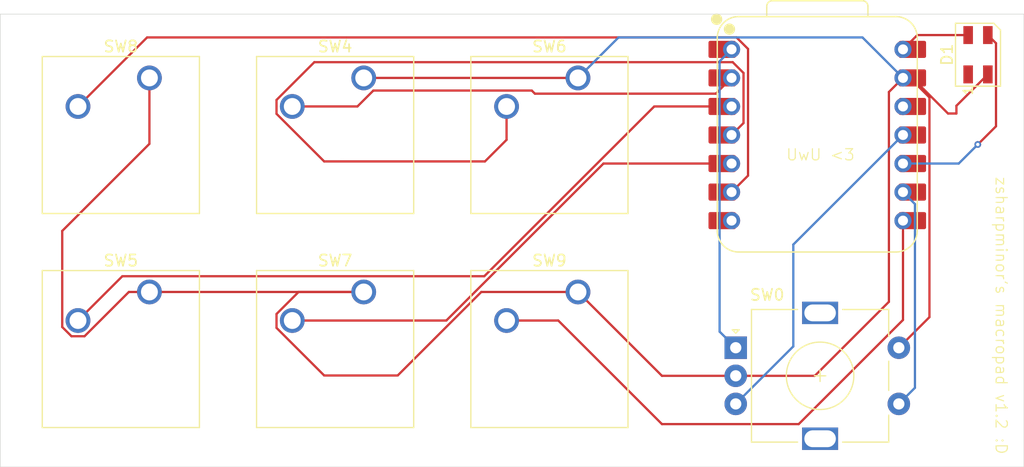
<source format=kicad_pcb>
(kicad_pcb (version 20241229) (generator "pcbnew") (generator_version "9.0")
  (layers (0 "F.Cu" signal) (2 "B.Cu" signal) (13 "F.Paste" user) (15 "B.Paste" user) (5 "F.SilkS" user "F.Silkscreen") (7 "B.SilkS" user "B.Silkscreen") (1 "F.Mask" user) (3 "B.Mask" user) (25 "Edge.Cuts" user))
  (net 0 "")
  (net 1 "GND")
  (net 3 "Net-(D1-DIN)")
  (net 4 "+5V")
  (net 5 "Net-(U1-GPIO27{slash}ADC1{slash}A1)")
  (net 6 "Net-(U1-GPIO28{slash}ADC2{slash}A2)")
  (net 7 "Net-(U1-GPIO29{slash}ADC3{slash}A3)")
  (net 8 "Net-(U1-GPIO6{slash}SDA)")
  (net 9 "Net-(U1-GPIO7{slash}SCL)")
  (net 10 "Net-(U1-GPIO1{slash}RX)")
  (net 11 "Net-(U1-GPIO26{slash}ADC0{slash}A0)")
  (net 12 "Net-(U1-GPIO2{slash}SCK)")
  (net 13 "Net-(U1-GPIO3{slash}MOSI)")
  (footprint "OPL:XIAO-RP2040-DIP" (layer "F.Cu") (at 97.63125 30.95625)
    (property "Reference" "U1" (hide yes))
    (property "Value" "XIAO-RP2040-DIP")
    (fp_line (start -8.89 8.509) (end -8.89 -8.636) (stroke (width 0.127)) (layer "F.SilkS"))
    (fp_line (start -6.985 10.414) (end 6.985 10.414) (stroke (width 0.127)) (layer "F.SilkS"))
    (fp_line (start -4.495 -10.541) (end -4.491272 -11.451272) (stroke (width 0.127)) (layer "F.SilkS"))
    (fp_line (start -3.991272 -11.951) (end 4.004 -11.951) (stroke (width 0.127)) (layer "F.SilkS"))
    (fp_line (start 4.504 -11.451) (end 4.504 -10.541) (stroke (width 0.127)) (layer "F.SilkS"))
    (fp_line (start 6.985 -10.541) (end -6.985 -10.541) (stroke (width 0.1)) (layer "F.SilkS"))
    (fp_line (start 6.985 -10.541) (end -6.985 -10.541) (stroke (width 0.127)) (layer "F.SilkS"))
    (fp_line (start 8.89 8.509) (end 8.89 -8.636) (stroke (width 0.127)) (layer "F.SilkS"))
    (fp_arc (start -8.89 -8.636) (mid -8.332038 -9.983038) (end -6.985 -10.541) (stroke (width 0.127)) (layer "F.SilkS"))
    (fp_arc (start -6.985 10.414) (mid -8.332038 9.856038) (end -8.89 8.509) (stroke (width 0.127)) (layer "F.SilkS"))
    (fp_arc (start -4.491272 -11.451272) (mid -4.344728 -11.80464) (end -3.991272 -11.951) (stroke (width 0.127)) (layer "F.SilkS"))
    (fp_arc (start 4.004 -11.951) (mid 4.357553 -11.804553) (end 4.504 -11.451) (stroke (width 0.127)) (layer "F.SilkS"))
    (fp_arc (start 6.985 -10.541) (mid 8.332038 -9.983038) (end 8.89 -8.636) (stroke (width 0.127)) (layer "F.SilkS"))
    (fp_arc (start 8.89 8.509) (mid 8.332038 9.856038) (end 6.985 10.414) (stroke (width 0.127)) (layer "F.SilkS"))
    (fp_circle (center -8.95 -10.3) (end -8.95 -10.554) (stroke (width 0.5)) (fill yes) (layer "F.SilkS"))
    (fp_circle (center -7.807 -9.42) (end -7.807 -9.674) (stroke (width 0.5)) (fill yes) (layer "F.SilkS"))
    (pad "1" smd roundrect (at -8.455 -7.62 180) (size 2.432 1.524) (layers "F.Cu" "F.Mask") (roundrect_rratio 0.1) (net 11 "Net-(U1-GPIO26{slash}ADC0{slash}A0)"))
    (pad "1" thru_hole circle (at -7.62 -7.62 180) (size 1.524 1.524) (drill 0.889) (layers "*.Cu" "*.Mask") (net 11 "Net-(U1-GPIO26{slash}ADC0{slash}A0)"))
    (pad "2" smd roundrect (at -8.455 -5.08 180) (size 2.432 1.524) (layers "F.Cu" "F.Mask") (roundrect_rratio 0.1) (net 5 "Net-(U1-GPIO27{slash}ADC1{slash}A1)"))
    (pad "2" thru_hole circle (at -7.62 -5.08 180) (size 1.524 1.524) (drill 0.889) (layers "*.Cu" "*.Mask") (net 5 "Net-(U1-GPIO27{slash}ADC1{slash}A1)"))
    (pad "3" smd roundrect (at -8.455 -2.54 180) (size 2.432 1.524) (layers "F.Cu" "F.Mask") (roundrect_rratio 0.1) (net 6 "Net-(U1-GPIO28{slash}ADC2{slash}A2)"))
    (pad "3" thru_hole circle (at -7.62 -2.54 180) (size 1.524 1.524) (drill 0.889) (layers "*.Cu" "*.Mask") (net 6 "Net-(U1-GPIO28{slash}ADC2{slash}A2)"))
    (pad "4" smd roundrect (at -8.455 0 180) (size 2.432 1.524) (layers "F.Cu" "F.Mask") (roundrect_rratio 0.1) (net 7 "Net-(U1-GPIO29{slash}ADC3{slash}A3)"))
    (pad "4" thru_hole circle (at -7.62 0 180) (size 1.524 1.524) (drill 0.889) (layers "*.Cu" "*.Mask") (net 7 "Net-(U1-GPIO29{slash}ADC3{slash}A3)"))
    (pad "5" smd roundrect (at -8.455 2.54 180) (size 2.432 1.524) (layers "F.Cu" "F.Mask") (roundrect_rratio 0.1) (net 8 "Net-(U1-GPIO6{slash}SDA)"))
    (pad "5" thru_hole circle (at -7.62 2.54 180) (size 1.524 1.524) (drill 0.889) (layers "*.Cu" "*.Mask") (net 8 "Net-(U1-GPIO6{slash}SDA)"))
    (pad "6" smd roundrect (at -8.455 5.08 180) (size 2.432 1.524) (layers "F.Cu" "F.Mask") (roundrect_rratio 0.1) (net 9 "Net-(U1-GPIO7{slash}SCL)"))
    (pad "6" thru_hole circle (at -7.62 5.08 180) (size 1.524 1.524) (drill 0.889) (layers "*.Cu" "*.Mask") (net 9 "Net-(U1-GPIO7{slash}SCL)"))
    (pad "7" smd roundrect (at -8.455 7.62 180) (size 2.432 1.524) (layers "F.Cu" "F.Mask") (roundrect_rratio 0.1))
    (pad "7" thru_hole circle (at -7.62 7.62 180) (size 1.524 1.524) (drill 0.889) (layers "*.Cu" "*.Mask"))
    (pad "8" thru_hole circle (at 7.62 7.62) (size 1.524 1.524) (drill 0.889) (layers "*.Cu" "*.Mask") (net 10 "Net-(U1-GPIO1{slash}RX)"))
    (pad "8" smd roundrect (at 8.455 7.62) (size 2.432 1.524) (layers "F.Cu" "F.Mask") (roundrect_rratio 0.1) (net 10 "Net-(U1-GPIO1{slash}RX)"))
    (pad "9" thru_hole circle (at 7.62 5.08) (size 1.524 1.524) (drill 0.889) (layers "*.Cu" "*.Mask") (net 12 "Net-(U1-GPIO2{slash}SCK)"))
    (pad "9" smd roundrect (at 8.455 5.08) (size 2.432 1.524) (layers "F.Cu" "F.Mask") (roundrect_rratio 0.1) (net 12 "Net-(U1-GPIO2{slash}SCK)"))
    (pad "10" thru_hole circle (at 7.62 2.54) (size 1.524 1.524) (drill 0.889) (layers "*.Cu" "*.Mask") (net 3 "Net-(D1-DIN)"))
    (pad "10" smd roundrect (at 8.455 2.54) (size 2.432 1.524) (layers "F.Cu" "F.Mask") (roundrect_rratio 0.1) (net 3 "Net-(D1-DIN)"))
    (pad "11" thru_hole circle (at 7.62 0) (size 1.524 1.524) (drill 0.889) (layers "*.Cu" "*.Mask") (net 13 "Net-(U1-GPIO3{slash}MOSI)"))
    (pad "11" smd roundrect (at 8.455 0) (size 2.432 1.524) (layers "F.Cu" "F.Mask") (roundrect_rratio 0.1) (net 13 "Net-(U1-GPIO3{slash}MOSI)"))
    (pad "12" thru_hole circle (at 7.62 -2.54) (size 1.524 1.524) (drill 0.889) (layers "*.Cu" "*.Mask"))
    (pad "12" smd roundrect (at 8.455 -2.54) (size 2.432 1.524) (layers "F.Cu" "F.Mask") (roundrect_rratio 0.1))
    (pad "13" thru_hole circle (at 7.62 -5.08) (size 1.524 1.524) (drill 0.889) (layers "*.Cu" "*.Mask") (net 1 "GND"))
    (pad "13" smd roundrect (at 8.455 -5.08) (size 2.432 1.524) (layers "F.Cu" "F.Mask") (roundrect_rratio 0.1) (net 1 "GND"))
    (pad "14" thru_hole circle (at 7.62 -7.62) (size 1.524 1.524) (drill 0.889) (layers "*.Cu" "*.Mask") (net 4 "+5V"))
    (pad "14" smd roundrect (at 8.455 -7.62) (size 2.432 1.524) (layers "F.Cu" "F.Mask") (roundrect_rratio 0.1) (net 4 "+5V"))
  )
  (footprint "Button_Switch_Keyboard:SW_Cherry_MX_1.00u_PCB" (layer "F.Cu") (at 76.35875 25.87625)
    (property "Reference" "SW6" (at -2.54 -2.794 0) (layer "F.SilkS"))
    (property "Value" "SW_Push")
    (fp_line (start -9.525 -1.905) (end 4.445 -1.905) (stroke (width 0.12)) (layer "F.SilkS"))
    (fp_line (start -9.525 12.065) (end -9.525 -1.905) (stroke (width 0.12)) (layer "F.SilkS"))
    (fp_line (start 4.445 -1.905) (end 4.445 12.065) (stroke (width 0.12)) (layer "F.SilkS"))
    (fp_line (start 4.445 12.065) (end -9.525 12.065) (stroke (width 0.12)) (layer "F.SilkS"))
    (pad "" np_thru_hole circle (at -7.62 5.08) (size 1.7 1.7) (drill 1.7) (layers "*.Cu" "*.Mask"))
    (pad "" np_thru_hole circle (at -2.54 5.08) (size 4 4) (drill 4) (layers "*.Cu" "*.Mask"))
    (pad "" np_thru_hole circle (at 2.54 5.08) (size 1.7 1.7) (drill 1.7) (layers "*.Cu" "*.Mask"))
    (pad "1" thru_hole circle (at 0 0) (size 2.2 2.2) (drill 1.5) (layers "*.Cu" "*.Mask") (net 1 "GND"))
    (pad "2" thru_hole circle (at -6.35 2.54) (size 2.2 2.2) (drill 1.5) (layers "*.Cu" "*.Mask") (net 7 "Net-(U1-GPIO29{slash}ADC3{slash}A3)"))
  )
  (footprint "LED_SMD:LED_SK6812MINI_PLCC4_3.5x3.5mm_P1.75mm" (layer "F.Cu") (at 111.91875 23.8125 90)
    (property "Reference" "D1" (at 0 -2.75 90) (layer "F.SilkS"))
    (property "Value" "SK6812MINI")
    (fp_line (start -2.8 -2) (end 2.8 -2) (stroke (width 0.12)) (layer "F.SilkS"))
    (fp_line (start -2.8 -2) (end -2.8 2) (stroke (width 0.12)) (layer "F.SilkS"))
    (fp_line (start 2.8 1.4) (end 2.8 -2) (stroke (width 0.12)) (layer "F.SilkS"))
    (fp_line (start 2.8 1.4) (end 2.2 2) (stroke (width 0.12)) (layer "F.SilkS"))
    (fp_line (start -2.8 2) (end 2.2 2) (stroke (width 0.12)) (layer "F.SilkS"))
    (fp_text user "1" (at -3.2 -0.875 90) (layer "F.SilkS") (effects (font (size 0.8 0.8))))
    (pad "1" smd rect (at -1.75 -0.875 90) (size 1.6 0.85) (layers "F.Cu" "F.Mask" "F.Paste"))
    (pad "2" smd rect (at -1.75 0.875 90) (size 1.6 0.85) (layers "F.Cu" "F.Mask" "F.Paste") (net 1 "GND"))
    (pad "3" smd rect (at 1.75 0.875 90) (size 1.6 0.85) (layers "F.Cu" "F.Mask" "F.Paste") (net 3 "Net-(D1-DIN)"))
    (pad "4" smd rect (at 1.75 -0.875 90) (size 1.6 0.85) (layers "F.Cu" "F.Mask" "F.Paste") (net 4 "+5V"))
  )
  (footprint "Button_Switch_Keyboard:SW_Cherry_MX_1.00u_PCB" (layer "F.Cu") (at 57.30875 25.87625)
    (property "Reference" "SW4" (at -2.54 -2.794 0) (layer "F.SilkS"))
    (property "Value" "SW_Push")
    (fp_line (start -9.525 -1.905) (end 4.445 -1.905) (stroke (width 0.12)) (layer "F.SilkS"))
    (fp_line (start -9.525 12.065) (end -9.525 -1.905) (stroke (width 0.12)) (layer "F.SilkS"))
    (fp_line (start 4.445 -1.905) (end 4.445 12.065) (stroke (width 0.12)) (layer "F.SilkS"))
    (fp_line (start 4.445 12.065) (end -9.525 12.065) (stroke (width 0.12)) (layer "F.SilkS"))
    (pad "" np_thru_hole circle (at -7.62 5.08) (size 1.7 1.7) (drill 1.7) (layers "*.Cu" "*.Mask"))
    (pad "" np_thru_hole circle (at -2.54 5.08) (size 4 4) (drill 4) (layers "*.Cu" "*.Mask"))
    (pad "" np_thru_hole circle (at 2.54 5.08) (size 1.7 1.7) (drill 1.7) (layers "*.Cu" "*.Mask"))
    (pad "1" thru_hole circle (at 0 0) (size 2.2 2.2) (drill 1.5) (layers "*.Cu" "*.Mask") (net 1 "GND"))
    (pad "2" thru_hole circle (at -6.35 2.54) (size 2.2 2.2) (drill 1.5) (layers "*.Cu" "*.Mask") (net 5 "Net-(U1-GPIO27{slash}ADC1{slash}A1)"))
  )
  (footprint "Button_Switch_Keyboard:SW_Cherry_MX_1.00u_PCB" (layer "F.Cu") (at 57.30875 44.92625)
    (property "Reference" "SW7" (at -2.54 -2.794 0) (layer "F.SilkS"))
    (property "Value" "SW_Push")
    (fp_line (start -9.525 -1.905) (end 4.445 -1.905) (stroke (width 0.12)) (layer "F.SilkS"))
    (fp_line (start -9.525 12.065) (end -9.525 -1.905) (stroke (width 0.12)) (layer "F.SilkS"))
    (fp_line (start 4.445 -1.905) (end 4.445 12.065) (stroke (width 0.12)) (layer "F.SilkS"))
    (fp_line (start 4.445 12.065) (end -9.525 12.065) (stroke (width 0.12)) (layer "F.SilkS"))
    (pad "" np_thru_hole circle (at -7.62 5.08) (size 1.7 1.7) (drill 1.7) (layers "*.Cu" "*.Mask"))
    (pad "" np_thru_hole circle (at -2.54 5.08) (size 4 4) (drill 4) (layers "*.Cu" "*.Mask"))
    (pad "" np_thru_hole circle (at 2.54 5.08) (size 1.7 1.7) (drill 1.7) (layers "*.Cu" "*.Mask"))
    (pad "1" thru_hole circle (at 0 0) (size 2.2 2.2) (drill 1.5) (layers "*.Cu" "*.Mask") (net 1 "GND"))
    (pad "2" thru_hole circle (at -6.35 2.54) (size 2.2 2.2) (drill 1.5) (layers "*.Cu" "*.Mask") (net 8 "Net-(U1-GPIO6{slash}SDA)"))
  )
  (footprint "Button_Switch_Keyboard:SW_Cherry_MX_1.00u_PCB" (layer "F.Cu") (at 76.35875 44.92625)
    (property "Reference" "SW9" (at -2.54 -2.794 0) (layer "F.SilkS"))
    (property "Value" "SW_Push")
    (fp_line (start -9.525 -1.905) (end 4.445 -1.905) (stroke (width 0.12)) (layer "F.SilkS"))
    (fp_line (start -9.525 12.065) (end -9.525 -1.905) (stroke (width 0.12)) (layer "F.SilkS"))
    (fp_line (start 4.445 -1.905) (end 4.445 12.065) (stroke (width 0.12)) (layer "F.SilkS"))
    (fp_line (start 4.445 12.065) (end -9.525 12.065) (stroke (width 0.12)) (layer "F.SilkS"))
    (pad "" np_thru_hole circle (at -7.62 5.08) (size 1.7 1.7) (drill 1.7) (layers "*.Cu" "*.Mask"))
    (pad "" np_thru_hole circle (at -2.54 5.08) (size 4 4) (drill 4) (layers "*.Cu" "*.Mask"))
    (pad "" np_thru_hole circle (at 2.54 5.08) (size 1.7 1.7) (drill 1.7) (layers "*.Cu" "*.Mask"))
    (pad "1" thru_hole circle (at 0 0) (size 2.2 2.2) (drill 1.5) (layers "*.Cu" "*.Mask") (net 1 "GND"))
    (pad "2" thru_hole circle (at -6.35 2.54) (size 2.2 2.2) (drill 1.5) (layers "*.Cu" "*.Mask") (net 10 "Net-(U1-GPIO1{slash}RX)"))
  )
  (footprint "Button_Switch_Keyboard:SW_Cherry_MX_1.00u_PCB" (layer "F.Cu") (at 38.25875 25.87625)
    (property "Reference" "SW8" (at -2.54 -2.794 0) (layer "F.SilkS"))
    (property "Value" "SW_Push")
    (fp_line (start -9.525 -1.905) (end 4.445 -1.905) (stroke (width 0.12)) (layer "F.SilkS"))
    (fp_line (start -9.525 12.065) (end -9.525 -1.905) (stroke (width 0.12)) (layer "F.SilkS"))
    (fp_line (start 4.445 -1.905) (end 4.445 12.065) (stroke (width 0.12)) (layer "F.SilkS"))
    (fp_line (start 4.445 12.065) (end -9.525 12.065) (stroke (width 0.12)) (layer "F.SilkS"))
    (pad "" np_thru_hole circle (at -7.62 5.08) (size 1.7 1.7) (drill 1.7) (layers "*.Cu" "*.Mask"))
    (pad "" np_thru_hole circle (at -2.54 5.08) (size 4 4) (drill 4) (layers "*.Cu" "*.Mask"))
    (pad "" np_thru_hole circle (at 2.54 5.08) (size 1.7 1.7) (drill 1.7) (layers "*.Cu" "*.Mask"))
    (pad "1" thru_hole circle (at 0 0) (size 2.2 2.2) (drill 1.5) (layers "*.Cu" "*.Mask") (net 1 "GND"))
    (pad "2" thru_hole circle (at -6.35 2.54) (size 2.2 2.2) (drill 1.5) (layers "*.Cu" "*.Mask") (net 9 "Net-(U1-GPIO7{slash}SCL)"))
  )
  (footprint "Button_Switch_Keyboard:SW_Cherry_MX_1.00u_PCB" (layer "F.Cu") (at 38.25875 44.92625)
    (property "Reference" "SW5" (at -2.54 -2.794 0) (layer "F.SilkS"))
    (property "Value" "SW_Push")
    (fp_line (start -9.525 -1.905) (end 4.445 -1.905) (stroke (width 0.12)) (layer "F.SilkS"))
    (fp_line (start -9.525 12.065) (end -9.525 -1.905) (stroke (width 0.12)) (layer "F.SilkS"))
    (fp_line (start 4.445 -1.905) (end 4.445 12.065) (stroke (width 0.12)) (layer "F.SilkS"))
    (fp_line (start 4.445 12.065) (end -9.525 12.065) (stroke (width 0.12)) (layer "F.SilkS"))
    (pad "" np_thru_hole circle (at -7.62 5.08) (size 1.7 1.7) (drill 1.7) (layers "*.Cu" "*.Mask"))
    (pad "" np_thru_hole circle (at -2.54 5.08) (size 4 4) (drill 4) (layers "*.Cu" "*.Mask"))
    (pad "" np_thru_hole circle (at 2.54 5.08) (size 1.7 1.7) (drill 1.7) (layers "*.Cu" "*.Mask"))
    (pad "1" thru_hole circle (at 0 0) (size 2.2 2.2) (drill 1.5) (layers "*.Cu" "*.Mask") (net 1 "GND"))
    (pad "2" thru_hole circle (at -6.35 2.54) (size 2.2 2.2) (drill 1.5) (layers "*.Cu" "*.Mask") (net 6 "Net-(U1-GPIO28{slash}ADC2{slash}A2)"))
  )
  (footprint "Rotary_Encoder:RotaryEncoder_Alps_EC11E-Switch_Vertical_H20mm" (layer "F.Cu") (at 90.38125 49.8875)
    (property "Reference" "SW0" (at 2.8 -4.7 0) (layer "F.SilkS"))
    (property "Value" "RotaryEncoder_Switch")
    (fp_line (start -0.3 -1.6) (end 0.3 -1.6) (stroke (width 0.12)) (layer "F.SilkS"))
    (fp_line (start 0 -1.3) (end -0.3 -1.6) (stroke (width 0.12)) (layer "F.SilkS"))
    (fp_line (start 0.3 -1.6) (end 0 -1.3) (stroke (width 0.12)) (layer "F.SilkS"))
    (fp_line (start 1.4 -3.4) (end 1.4 8.4) (stroke (width 0.12)) (layer "F.SilkS"))
    (fp_line (start 5.5 -3.4) (end 1.4 -3.4) (stroke (width 0.12)) (layer "F.SilkS"))
    (fp_line (start 5.5 8.4) (end 1.4 8.4) (stroke (width 0.12)) (layer "F.SilkS"))
    (fp_line (start 7 2.5) (end 8 2.5) (stroke (width 0.12)) (layer "F.SilkS"))
    (fp_line (start 7.5 2) (end 7.5 3) (stroke (width 0.12)) (layer "F.SilkS"))
    (fp_line (start 9.5 -3.4) (end 13.6 -3.4) (stroke (width 0.12)) (layer "F.SilkS"))
    (fp_line (start 13.6 -3.4) (end 13.6 -1) (stroke (width 0.12)) (layer "F.SilkS"))
    (fp_line (start 13.6 1.2) (end 13.6 3.8) (stroke (width 0.12)) (layer "F.SilkS"))
    (fp_line (start 13.6 6) (end 13.6 8.4) (stroke (width 0.12)) (layer "F.SilkS"))
    (fp_line (start 13.6 8.4) (end 9.5 8.4) (stroke (width 0.12)) (layer "F.SilkS"))
    (fp_circle (center 7.5 2.5) (end 10.5 2.5) (stroke (width 0.12)) (fill no) (layer "F.SilkS"))
    (pad "A" thru_hole rect (at 0 0) (size 2 2) (drill 1) (layers "*.Cu" "*.Mask") (net 11 "Net-(U1-GPIO26{slash}ADC0{slash}A0)"))
    (pad "B" thru_hole circle (at 0 5) (size 2 2) (drill 1) (layers "*.Cu" "*.Mask") (net 13 "Net-(U1-GPIO3{slash}MOSI)"))
    (pad "C" thru_hole circle (at 0 2.5) (size 2 2) (drill 1) (layers "*.Cu" "*.Mask") (net 1 "GND"))
    (pad "MP" thru_hole rect (at 7.5 -3.1) (size 3.2 2) (drill oval 2.8 1.5) (layers "*.Cu" "*.Mask"))
    (pad "MP" thru_hole rect (at 7.5 8.1) (size 3.2 2) (drill oval 2.8 1.5) (layers "*.Cu" "*.Mask"))
    (pad "S1" thru_hole circle (at 14.5 5) (size 2 2) (drill 1) (layers "*.Cu" "*.Mask") (net 12 "Net-(U1-GPIO2{slash}SCK)"))
    (pad "S2" thru_hole circle (at 14.5 0) (size 2 2) (drill 1) (layers "*.Cu" "*.Mask") (net 1 "GND"))
  )
  (gr_rect (start 25 20.2) (end 116 60.5) (stroke (width 0.05)) (fill no) (layer "Edge.Cuts"))
  (gr_text "UwU <3" (at 94.8 33.3 0) (layer "F.SilkS") (effects (font (size 1 1) (thickness 0.1)) (justify left bottom)))
  (gr_text "zsharpminor's macropad v1.2 :D" (at 113.4 34.6 270) (layer "F.SilkS") (effects (font (size 1 1) (thickness 0.1)) (justify left bottom)))
  (segment (start 105.864876 25.87625) (end 107.60325 27.614624) (width 0.2) (layer "F.Cu") (net 1))
  (segment (start 106.08625 25.87625) (end 109.253376 29.043376) (width 0.2) (layer "F.Cu") (net 1))
  (segment (start 30.50775 48.046564) (end 30.50775 39.492066) (width 0.2) (layer "F.Cu") (net 1))
  (segment (start 32.489064 48.86725) (end 31.328436 48.86725) (width 0.2) (layer "F.Cu") (net 1))
  (segment (start 49.55775 48.120066) (end 49.55775 46.885936) (width 0.2) (layer "F.Cu") (net 1))
  (segment (start 36.430064 44.92625) (end 32.489064 48.86725) (width 0.2) (layer "F.Cu") (net 1))
  (segment (start 49.55775 46.885936) (end 51.517436 44.92625) (width 0.2) (layer "F.Cu") (net 1))
  (segment (start 76.35875 44.92625) (end 67.76142 44.92625) (width 0.2) (layer "F.Cu") (net 1))
  (segment (start 57.30875 25.87625) (end 76.35875 25.87625) (width 0.2) (layer "F.Cu") (net 1))
  (segment (start 110 29.043376) (end 110 28.35625) (width 0.2) (layer "F.Cu") (net 1))
  (segment (start 105.25125 25.87625) (end 105.864876 25.87625) (width 0.2) (layer "F.Cu") (net 1))
  (segment (start 31.328436 48.86725) (end 30.50775 48.046564) (width 0.2) (layer "F.Cu") (net 1))
  (segment (start 107.60325 47.1655) (end 104.88125 49.8875) (width 0.2) (layer "F.Cu") (net 1))
  (segment (start 97.4125 52.3875) (end 90.38125 52.3875) (width 0.2) (layer "F.Cu") (net 1))
  (segment (start 38.25875 44.92625) (end 36.430064 44.92625) (width 0.2) (layer "F.Cu") (net 1))
  (segment (start 38.25875 31.741066) (end 38.25875 25.87625) (width 0.2) (layer "F.Cu") (net 1))
  (segment (start 90.38125 52.3875) (end 83.82 52.3875) (width 0.2) (layer "F.Cu") (net 1))
  (segment (start 110 28.35625) (end 112.79375 25.5625) (width 0.2) (layer "F.Cu") (net 1))
  (segment (start 57.30875 44.92625) (end 57.42625 44.92625) (width 0.2) (layer "F.Cu") (net 1))
  (segment (start 51.517436 44.92625) (end 57.30875 44.92625) (width 0.2) (layer "F.Cu") (net 1))
  (segment (start 53.794934 52.35725) (end 49.55775 48.120066) (width 0.2) (layer "F.Cu") (net 1))
  (segment (start 57.42625 44.92625) (end 57.5 45) (width 0.2) (layer "F.Cu") (net 1))
  (segment (start 57.42625 44.92625) (end 38.25875 44.92625) (width 0.2) (layer "F.Cu") (net 1))
  (segment (start 105.25125 25.87625) (end 104 27.1275) (width 0.2) (layer "F.Cu") (net 1))
  (segment (start 107.60325 27.614624) (end 107.60325 47.1655) (width 0.2) (layer "F.Cu") (net 1))
  (segment (start 104 27.1275) (end 104 45.8) (width 0.2) (layer "F.Cu") (net 1))
  (segment (start 104 45.8) (end 97.4125 52.3875) (width 0.2) (layer "F.Cu") (net 1))
  (segment (start 30.50775 39.492066) (end 38.25875 31.741066) (width 0.2) (layer "F.Cu") (net 1))
  (segment (start 67.76142 44.92625) (end 60.33042 52.35725) (width 0.2) (layer "F.Cu") (net 1))
  (segment (start 83.82 52.3875) (end 76.35875 44.92625) (width 0.2) (layer "F.Cu") (net 1))
  (segment (start 60.33042 52.35725) (end 53.794934 52.35725) (width 0.2) (layer "F.Cu") (net 1))
  (segment (start 109.253376 29.043376) (end 110 29.043376) (width 0.2) (layer "F.Cu") (net 1))
  (segment (start 105.25125 25.87625) (end 101.64825 22.27325) (width 0.2) (layer "B.Cu") (net 1))
  (segment (start 79.96175 22.27325) (end 76.35875 25.87625) (width 0.2) (layer "B.Cu") (net 1))
  (segment (start 101.64825 22.27325) (end 79.96175 22.27325) (width 0.2) (layer "B.Cu") (net 1))
  (segment (start 111.9 31.8) (end 113.51975 30.18025) (width 0.2) (layer "F.Cu") (net 3))
  (segment (start 113.51975 22.7885) (end 112.79375 22.0625) (width 0.2) (layer "F.Cu") (net 3))
  (segment (start 113.51975 30.18025) (end 113.51975 22.7885) (width 0.2) (layer "F.Cu") (net 3))
  (via (at 111.9 31.8) (size 0.6) (drill 0.3) (layers "F.Cu" "B.Cu") (net 3))
  (segment (start 105.25125 33.49625) (end 110.20375 33.49625) (width 0.2) (layer "B.Cu") (net 3))
  (segment (start 110.20375 33.49625) (end 111.9 31.8) (width 0.2) (layer "B.Cu") (net 3))
  (segment (start 105.25125 23.33625) (end 106.525 22.0625) (width 0.2) (layer "F.Cu") (net 4))
  (segment (start 106.525 22.0625) (end 111.04375 22.0625) (width 0.2) (layer "F.Cu") (net 4))
  (segment (start 72.2475 27) (end 58.166314 27) (width 0.2) (layer "F.Cu") (net 5))
  (segment (start 58.166314 27) (end 56.750064 28.41625) (width 0.2) (layer "F.Cu") (net 5))
  (segment (start 72.52475 27.27725) (end 72.2475 27) (width 0.2) (layer "F.Cu") (net 5))
  (segment (start 90.01125 25.87625) (end 88.61025 27.27725) (width 0.2) (layer "F.Cu") (net 5))
  (segment (start 88.61025 27.27725) (end 72.52475 27.27725) (width 0.2) (layer "F.Cu") (net 5))
  (segment (start 56.750064 28.41625) (end 50.95875 28.41625) (width 0.2) (layer "F.Cu") (net 5))
  (segment (start 35.84975 43.52525) (end 31.90875 47.46625) (width 0.2) (layer "F.Cu") (net 6))
  (segment (start 68.02822 43.52525) (end 35.84975 43.52525) (width 0.2) (layer "F.Cu") (net 6))
  (segment (start 83.13722 28.41625) (end 68.02822 43.52525) (width 0.2) (layer "F.Cu") (net 6))
  (segment (start 90.01125 28.41625) (end 83.13722 28.41625) (width 0.2) (layer "F.Cu") (net 6))
  (segment (start 91.07425 29.89325) (end 91.07425 25.43594) (width 0.2) (layer "F.Cu") (net 7))
  (segment (start 90.01125 30.95625) (end 91.07425 29.89325) (width 0.2) (layer "F.Cu") (net 7))
  (segment (start 53.794934 33.30725) (end 68.08622 33.30725) (width 0.2) (layer "F.Cu") (net 7))
  (segment (start 49.55775 27.835936) (end 49.55775 29.070066) (width 0.2) (layer "F.Cu") (net 7))
  (segment (start 90.11356 24.47525) (end 52.918436 24.47525) (width 0.2) (layer "F.Cu") (net 7))
  (segment (start 91.07425 25.43594) (end 90.11356 24.47525) (width 0.2) (layer "F.Cu") (net 7))
  (segment (start 70.00875 31.38472) (end 70.00875 28.41625) (width 0.2) (layer "F.Cu") (net 7))
  (segment (start 52.918436 24.47525) (end 49.55775 27.835936) (width 0.2) (layer "F.Cu") (net 7))
  (segment (start 68.08622 33.30725) (end 70.00875 31.38472) (width 0.2) (layer "F.Cu") (net 7))
  (segment (start 49.55775 29.070066) (end 53.794934 33.30725) (width 0.2) (layer "F.Cu") (net 7))
  (segment (start 90.01125 33.49625) (end 78.62432 33.49625) (width 0.2) (layer "F.Cu") (net 8))
  (segment (start 78.62432 33.49625) (end 64.65432 47.46625) (width 0.2) (layer "F.Cu") (net 8))
  (segment (start 64.65432 47.46625) (end 50.95875 47.46625) (width 0.2) (layer "F.Cu") (net 8))
  (segment (start 90.45156 22.27325) (end 38.05175 22.27325) (width 0.2) (layer "F.Cu") (net 9))
  (segment (start 38.05175 22.27325) (end 31.90875 28.41625) (width 0.2) (layer "F.Cu") (net 9))
  (segment (start 91.47525 34.57225) (end 91.47525 23.29694) (width 0.2) (layer "F.Cu") (net 9))
  (segment (start 90.01125 36.03625) (end 91.47525 34.57225) (width 0.2) (layer "F.Cu") (net 9))
  (segment (start 91.47525 23.29694) (end 90.45156 22.27325) (width 0.2) (layer "F.Cu") (net 9))
  (segment (start 83.823816 56.6865) (end 74.603566 47.46625) (width 0.2) (layer "F.Cu") (net 10))
  (segment (start 95.98025 56.6865) (end 83.823816 56.6865) (width 0.2) (layer "F.Cu") (net 10))
  (segment (start 74.603566 47.46625) (end 70.00875 47.46625) (width 0.2) (layer "F.Cu") (net 10))
  (segment (start 105.25125 47.4155) (end 95.98025 56.6865) (width 0.2) (layer "F.Cu") (net 10))
  (segment (start 105.25125 38.57625) (end 105.25125 47.4155) (width 0.2) (layer "F.Cu") (net 10))
  (segment (start 88.94825 24.39925) (end 88.94825 48.4545) (width 0.2) (layer "B.Cu") (net 11))
  (segment (start 88.94825 48.4545) (end 90.38125 49.8875) (width 0.2) (layer "B.Cu") (net 11))
  (segment (start 90.01125 23.33625) (end 88.94825 24.39925) (width 0.2) (layer "B.Cu") (net 11))
  (segment (start 106.31425 37.09925) (end 106.31425 53.4545) (width 0.2) (layer "B.Cu") (net 12))
  (segment (start 106.31425 53.4545) (end 104.88125 54.8875) (width 0.2) (layer "B.Cu") (net 12))
  (segment (start 105.25125 36.03625) (end 106.31425 37.09925) (width 0.2) (layer "B.Cu") (net 12))
  (segment (start 95.5 49.76875) (end 90.38125 54.8875) (width 0.2) (layer "B.Cu") (net 13))
  (segment (start 105.25125 30.95625) (end 95.5 40.7075) (width 0.2) (layer "B.Cu") (net 13))
  (segment (start 95.5 40.7075) (end 95.5 49.76875) (width 0.2) (layer "B.Cu") (net 13))
)
</source>
